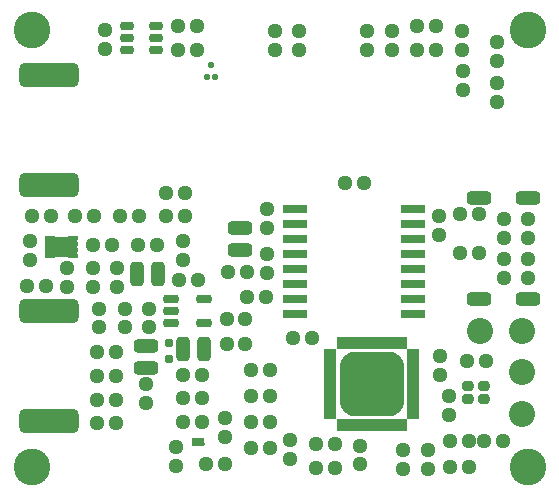
<source format=gbs>
G04*
G04 #@! TF.GenerationSoftware,Altium Limited,Altium Designer,21.6.4 (81)*
G04*
G04 Layer_Color=16711935*
%FSLAX44Y44*%
%MOMM*%
G71*
G04*
G04 #@! TF.SameCoordinates,D5C97574-E224-4ECB-8EF4-D48BC8F4BA3E*
G04*
G04*
G04 #@! TF.FilePolarity,Negative*
G04*
G01*
G75*
G04:AMPARAMS|DCode=43|XSize=1.102mm|YSize=1.102mm|CornerRadius=0.301mm|HoleSize=0mm|Usage=FLASHONLY|Rotation=90.000|XOffset=0mm|YOffset=0mm|HoleType=Round|Shape=RoundedRectangle|*
%AMROUNDEDRECTD43*
21,1,1.1020,0.5000,0,0,90.0*
21,1,0.5000,1.1020,0,0,90.0*
1,1,0.6020,0.2500,0.2500*
1,1,0.6020,0.2500,-0.2500*
1,1,0.6020,-0.2500,-0.2500*
1,1,0.6020,-0.2500,0.2500*
%
%ADD43ROUNDEDRECTD43*%
G04:AMPARAMS|DCode=44|XSize=0.702mm|YSize=0.702mm|CornerRadius=0.201mm|HoleSize=0mm|Usage=FLASHONLY|Rotation=270.000|XOffset=0mm|YOffset=0mm|HoleType=Round|Shape=RoundedRectangle|*
%AMROUNDEDRECTD44*
21,1,0.7020,0.3000,0,0,270.0*
21,1,0.3000,0.7020,0,0,270.0*
1,1,0.4020,-0.1500,-0.1500*
1,1,0.4020,-0.1500,0.1500*
1,1,0.4020,0.1500,0.1500*
1,1,0.4020,0.1500,-0.1500*
%
%ADD44ROUNDEDRECTD44*%
%ADD46C,0.3020*%
G04:AMPARAMS|DCode=48|XSize=1.102mm|YSize=1.102mm|CornerRadius=0.301mm|HoleSize=0mm|Usage=FLASHONLY|Rotation=0.000|XOffset=0mm|YOffset=0mm|HoleType=Round|Shape=RoundedRectangle|*
%AMROUNDEDRECTD48*
21,1,1.1020,0.5000,0,0,0.0*
21,1,0.5000,1.1020,0,0,0.0*
1,1,0.6020,0.2500,-0.2500*
1,1,0.6020,-0.2500,-0.2500*
1,1,0.6020,-0.2500,0.2500*
1,1,0.6020,0.2500,0.2500*
%
%ADD48ROUNDEDRECTD48*%
G04:AMPARAMS|DCode=56|XSize=2.102mm|YSize=1.102mm|CornerRadius=0.301mm|HoleSize=0mm|Usage=FLASHONLY|Rotation=90.000|XOffset=0mm|YOffset=0mm|HoleType=Round|Shape=RoundedRectangle|*
%AMROUNDEDRECTD56*
21,1,2.1020,0.5000,0,0,90.0*
21,1,1.5000,1.1020,0,0,90.0*
1,1,0.6020,0.2500,0.7500*
1,1,0.6020,0.2500,-0.7500*
1,1,0.6020,-0.2500,-0.7500*
1,1,0.6020,-0.2500,0.7500*
%
%ADD56ROUNDEDRECTD56*%
G04:AMPARAMS|DCode=60|XSize=2.104mm|YSize=1.104mm|CornerRadius=0.302mm|HoleSize=0mm|Usage=FLASHONLY|Rotation=180.000|XOffset=0mm|YOffset=0mm|HoleType=Round|Shape=RoundedRectangle|*
%AMROUNDEDRECTD60*
21,1,2.1040,0.5000,0,0,180.0*
21,1,1.5000,1.1040,0,0,180.0*
1,1,0.6040,-0.7500,0.2500*
1,1,0.6040,0.7500,0.2500*
1,1,0.6040,0.7500,-0.2500*
1,1,0.6040,-0.7500,-0.2500*
%
%ADD60ROUNDEDRECTD60*%
%ADD61C,2.2100*%
%ADD62C,3.1020*%
%ADD89R,2.8000X1.8000*%
%ADD90R,1.1000X0.7000*%
%ADD91R,6.0000X1.0000*%
%ADD92R,1.0000X6.0000*%
G04:AMPARAMS|DCode=93|XSize=0.842mm|YSize=0.382mm|CornerRadius=0.086mm|HoleSize=0mm|Usage=FLASHONLY|Rotation=180.000|XOffset=0mm|YOffset=0mm|HoleType=Round|Shape=RoundedRectangle|*
%AMROUNDEDRECTD93*
21,1,0.8420,0.2100,0,0,180.0*
21,1,0.6700,0.3820,0,0,180.0*
1,1,0.1720,-0.3350,0.1050*
1,1,0.1720,0.3350,0.1050*
1,1,0.1720,0.3350,-0.1050*
1,1,0.1720,-0.3350,-0.1050*
%
%ADD93ROUNDEDRECTD93*%
G04:AMPARAMS|DCode=94|XSize=1.002mm|YSize=1.702mm|CornerRadius=0.276mm|HoleSize=0mm|Usage=FLASHONLY|Rotation=180.000|XOffset=0mm|YOffset=0mm|HoleType=Round|Shape=RoundedRectangle|*
%AMROUNDEDRECTD94*
21,1,1.0020,1.1500,0,0,180.0*
21,1,0.4500,1.7020,0,0,180.0*
1,1,0.5520,-0.2250,0.5750*
1,1,0.5520,0.2250,0.5750*
1,1,0.5520,0.2250,-0.5750*
1,1,0.5520,-0.2250,-0.5750*
%
%ADD94ROUNDEDRECTD94*%
G04:AMPARAMS|DCode=95|XSize=0.302mm|YSize=0.302mm|CornerRadius=0.101mm|HoleSize=0mm|Usage=FLASHONLY|Rotation=90.000|XOffset=0mm|YOffset=0mm|HoleType=Round|Shape=RoundedRectangle|*
%AMROUNDEDRECTD95*
21,1,0.3020,0.1000,0,0,90.0*
21,1,0.1000,0.3020,0,0,90.0*
1,1,0.2020,0.0500,0.0500*
1,1,0.2020,0.0500,-0.0500*
1,1,0.2020,-0.0500,-0.0500*
1,1,0.2020,-0.0500,0.0500*
%
%ADD95ROUNDEDRECTD95*%
G04:AMPARAMS|DCode=96|XSize=5.502mm|YSize=5.502mm|CornerRadius=1.401mm|HoleSize=0mm|Usage=FLASHONLY|Rotation=180.000|XOffset=0mm|YOffset=0mm|HoleType=Round|Shape=RoundedRectangle|*
%AMROUNDEDRECTD96*
21,1,5.5020,2.7000,0,0,180.0*
21,1,2.7000,5.5020,0,0,180.0*
1,1,2.8020,-1.3500,1.3500*
1,1,2.8020,1.3500,1.3500*
1,1,2.8020,1.3500,-1.3500*
1,1,2.8020,-1.3500,-1.3500*
%
%ADD96ROUNDEDRECTD96*%
G04:AMPARAMS|DCode=97|XSize=0.902mm|YSize=0.402mm|CornerRadius=0.126mm|HoleSize=0mm|Usage=FLASHONLY|Rotation=270.000|XOffset=0mm|YOffset=0mm|HoleType=Round|Shape=RoundedRectangle|*
%AMROUNDEDRECTD97*
21,1,0.9020,0.1500,0,0,270.0*
21,1,0.6500,0.4020,0,0,270.0*
1,1,0.2520,-0.0750,-0.3250*
1,1,0.2520,-0.0750,0.3250*
1,1,0.2520,0.0750,0.3250*
1,1,0.2520,0.0750,-0.3250*
%
%ADD97ROUNDEDRECTD97*%
G04:AMPARAMS|DCode=98|XSize=0.902mm|YSize=0.402mm|CornerRadius=0.126mm|HoleSize=0mm|Usage=FLASHONLY|Rotation=0.000|XOffset=0mm|YOffset=0mm|HoleType=Round|Shape=RoundedRectangle|*
%AMROUNDEDRECTD98*
21,1,0.9020,0.1500,0,0,0.0*
21,1,0.6500,0.4020,0,0,0.0*
1,1,0.2520,0.3250,-0.0750*
1,1,0.2520,-0.3250,-0.0750*
1,1,0.2520,-0.3250,0.0750*
1,1,0.2520,0.3250,0.0750*
%
%ADD98ROUNDEDRECTD98*%
G04:AMPARAMS|DCode=99|XSize=2.102mm|YSize=0.702mm|CornerRadius=0.201mm|HoleSize=0mm|Usage=FLASHONLY|Rotation=180.000|XOffset=0mm|YOffset=0mm|HoleType=Round|Shape=RoundedRectangle|*
%AMROUNDEDRECTD99*
21,1,2.1020,0.3000,0,0,180.0*
21,1,1.7000,0.7020,0,0,180.0*
1,1,0.4020,-0.8500,0.1500*
1,1,0.4020,0.8500,0.1500*
1,1,0.4020,0.8500,-0.1500*
1,1,0.4020,-0.8500,-0.1500*
%
%ADD99ROUNDEDRECTD99*%
G04:AMPARAMS|DCode=100|XSize=0.502mm|YSize=0.502mm|CornerRadius=0.151mm|HoleSize=0mm|Usage=FLASHONLY|Rotation=180.000|XOffset=0mm|YOffset=0mm|HoleType=Round|Shape=RoundedRectangle|*
%AMROUNDEDRECTD100*
21,1,0.5020,0.2000,0,0,180.0*
21,1,0.2000,0.5020,0,0,180.0*
1,1,0.3020,-0.1000,0.1000*
1,1,0.3020,0.1000,0.1000*
1,1,0.3020,0.1000,-0.1000*
1,1,0.3020,-0.1000,-0.1000*
%
%ADD100ROUNDEDRECTD100*%
G04:AMPARAMS|DCode=101|XSize=2.102mm|YSize=1.102mm|CornerRadius=0.301mm|HoleSize=0mm|Usage=FLASHONLY|Rotation=180.000|XOffset=0mm|YOffset=0mm|HoleType=Round|Shape=RoundedRectangle|*
%AMROUNDEDRECTD101*
21,1,2.1020,0.5000,0,0,180.0*
21,1,1.5000,1.1020,0,0,180.0*
1,1,0.6020,-0.7500,0.2500*
1,1,0.6020,0.7500,0.2500*
1,1,0.6020,0.7500,-0.2500*
1,1,0.6020,-0.7500,-0.2500*
%
%ADD101ROUNDEDRECTD101*%
G04:AMPARAMS|DCode=102|XSize=5.102mm|YSize=2.102mm|CornerRadius=0.551mm|HoleSize=0mm|Usage=FLASHONLY|Rotation=0.000|XOffset=0mm|YOffset=0mm|HoleType=Round|Shape=RoundedRectangle|*
%AMROUNDEDRECTD102*
21,1,5.1020,1.0000,0,0,0.0*
21,1,4.0000,2.1020,0,0,0.0*
1,1,1.1020,2.0000,-0.5000*
1,1,1.1020,-2.0000,-0.5000*
1,1,1.1020,-2.0000,0.5000*
1,1,1.1020,2.0000,0.5000*
%
%ADD102ROUNDEDRECTD102*%
G04:AMPARAMS|DCode=103|XSize=0.952mm|YSize=0.852mm|CornerRadius=0.2385mm|HoleSize=0mm|Usage=FLASHONLY|Rotation=0.000|XOffset=0mm|YOffset=0mm|HoleType=Round|Shape=RoundedRectangle|*
%AMROUNDEDRECTD103*
21,1,0.9520,0.3750,0,0,0.0*
21,1,0.4750,0.8520,0,0,0.0*
1,1,0.4770,0.2375,-0.1875*
1,1,0.4770,-0.2375,-0.1875*
1,1,0.4770,-0.2375,0.1875*
1,1,0.4770,0.2375,0.1875*
%
%ADD103ROUNDEDRECTD103*%
G04:AMPARAMS|DCode=104|XSize=1.302mm|YSize=0.702mm|CornerRadius=0.201mm|HoleSize=0mm|Usage=FLASHONLY|Rotation=0.000|XOffset=0mm|YOffset=0mm|HoleType=Round|Shape=RoundedRectangle|*
%AMROUNDEDRECTD104*
21,1,1.3020,0.3000,0,0,0.0*
21,1,0.9000,0.7020,0,0,0.0*
1,1,0.4020,0.4500,-0.1500*
1,1,0.4020,-0.4500,-0.1500*
1,1,0.4020,-0.4500,0.1500*
1,1,0.4020,0.4500,0.1500*
%
%ADD104ROUNDEDRECTD104*%
G04:AMPARAMS|DCode=105|XSize=1.102mm|YSize=0.702mm|CornerRadius=0.201mm|HoleSize=0mm|Usage=FLASHONLY|Rotation=0.000|XOffset=0mm|YOffset=0mm|HoleType=Round|Shape=RoundedRectangle|*
%AMROUNDEDRECTD105*
21,1,1.1020,0.3000,0,0,0.0*
21,1,0.7000,0.7020,0,0,0.0*
1,1,0.4020,0.3500,-0.1500*
1,1,0.4020,-0.3500,-0.1500*
1,1,0.4020,-0.3500,0.1500*
1,1,0.4020,0.3500,0.1500*
%
%ADD105ROUNDEDRECTD105*%
D43*
X394000Y196000D02*
D03*
X378000Y196000D02*
D03*
X216687Y96747D02*
D03*
X200687D02*
D03*
X216687Y74747D02*
D03*
X200687D02*
D03*
X369000Y15000D02*
D03*
X385000D02*
D03*
Y37000D02*
D03*
X369000D02*
D03*
X398000D02*
D03*
X414000D02*
D03*
X216687Y52747D02*
D03*
X200687D02*
D03*
X216687Y30747D02*
D03*
X200687D02*
D03*
X27000Y168000D02*
D03*
X11000D02*
D03*
X280000Y255000D02*
D03*
X296000D02*
D03*
X197000Y180000D02*
D03*
X181000Y180000D02*
D03*
X378000Y229000D02*
D03*
X394000Y229000D02*
D03*
X272000Y14000D02*
D03*
X256000D02*
D03*
X252000Y124000D02*
D03*
X236000D02*
D03*
X272000Y34000D02*
D03*
X256000D02*
D03*
X31000Y227000D02*
D03*
X15000D02*
D03*
X383352Y104774D02*
D03*
X399352D02*
D03*
X357000Y368000D02*
D03*
X341000D02*
D03*
Y388000D02*
D03*
X357000D02*
D03*
X121000Y203000D02*
D03*
X105000D02*
D03*
X145000Y227000D02*
D03*
X129000D02*
D03*
X145000Y247000D02*
D03*
X129000D02*
D03*
X140000Y173000D02*
D03*
X156000D02*
D03*
X67000Y203000D02*
D03*
X83000D02*
D03*
X90000Y227000D02*
D03*
X106000D02*
D03*
X68000D02*
D03*
X52000D02*
D03*
X179000Y17000D02*
D03*
X163000D02*
D03*
X159000Y73000D02*
D03*
X143000D02*
D03*
X159000Y53000D02*
D03*
X143000D02*
D03*
X155000Y368000D02*
D03*
X139000Y368000D02*
D03*
Y388000D02*
D03*
X155000Y388000D02*
D03*
X86000Y52000D02*
D03*
X70000D02*
D03*
X86000Y72000D02*
D03*
X70000Y72000D02*
D03*
X86000Y92000D02*
D03*
X70000Y92000D02*
D03*
X86000Y112000D02*
D03*
X70000D02*
D03*
X159000Y93000D02*
D03*
X143000D02*
D03*
X180000Y119000D02*
D03*
X196000Y119000D02*
D03*
X180000Y140000D02*
D03*
X196000Y140000D02*
D03*
X197000Y159000D02*
D03*
X213000Y159000D02*
D03*
D44*
X131687Y120247D02*
D03*
Y106247D02*
D03*
D46*
X156000Y34000D02*
D03*
X160000Y38000D02*
D03*
X156000D02*
D03*
X152000Y34000D02*
D03*
Y38000D02*
D03*
D48*
X409000Y340000D02*
D03*
X409000Y324000D02*
D03*
X361000Y93000D02*
D03*
Y109000D02*
D03*
X329000Y29000D02*
D03*
Y13000D02*
D03*
X351000Y29000D02*
D03*
Y13000D02*
D03*
X234000Y38000D02*
D03*
Y22000D02*
D03*
X380000Y334000D02*
D03*
Y350000D02*
D03*
X45000Y183000D02*
D03*
Y167000D02*
D03*
X114000Y149000D02*
D03*
Y133000D02*
D03*
X94000D02*
D03*
Y149000D02*
D03*
X415000Y191000D02*
D03*
X415000Y175000D02*
D03*
X415000Y209000D02*
D03*
X415000Y225000D02*
D03*
X435000Y191000D02*
D03*
X435000Y175000D02*
D03*
X143000Y190000D02*
D03*
Y206000D02*
D03*
X112000Y85000D02*
D03*
X112000Y69000D02*
D03*
X293000Y33000D02*
D03*
Y17000D02*
D03*
X368000Y59000D02*
D03*
Y75000D02*
D03*
X379000Y384000D02*
D03*
Y368000D02*
D03*
X320000Y384000D02*
D03*
Y368000D02*
D03*
X299000Y384000D02*
D03*
Y368000D02*
D03*
X409000Y359000D02*
D03*
Y375000D02*
D03*
X221000Y384000D02*
D03*
Y368000D02*
D03*
X241000Y384000D02*
D03*
Y368000D02*
D03*
X67000Y183000D02*
D03*
Y167000D02*
D03*
X87000Y183000D02*
D03*
Y167000D02*
D03*
X14000Y206000D02*
D03*
Y190000D02*
D03*
X179000Y40000D02*
D03*
X179000Y56000D02*
D03*
X137000Y16000D02*
D03*
Y32000D02*
D03*
X77000Y385000D02*
D03*
X77000Y369000D02*
D03*
X72000Y133000D02*
D03*
Y149000D02*
D03*
X435000Y225000D02*
D03*
Y209000D02*
D03*
X214000Y217000D02*
D03*
Y233000D02*
D03*
Y195000D02*
D03*
Y179000D02*
D03*
X360000Y211000D02*
D03*
Y227000D02*
D03*
D56*
X122000Y178000D02*
D03*
X104000D02*
D03*
X143000Y115000D02*
D03*
X161000D02*
D03*
D60*
X394000Y157000D02*
D03*
Y243000D02*
D03*
X435000Y157000D02*
D03*
Y243000D02*
D03*
D61*
X430000Y95000D02*
D03*
Y60000D02*
D03*
X395000Y130000D02*
D03*
X430000D02*
D03*
D62*
X15000Y15000D02*
D03*
Y385000D02*
D03*
X435000Y15000D02*
D03*
Y385000D02*
D03*
D89*
X40000Y201000D02*
D03*
D90*
X156000Y36002D02*
D03*
D91*
X303000Y120000D02*
D03*
Y50001D02*
D03*
D92*
X268001Y85000D02*
D03*
X337999D02*
D03*
D93*
X49850Y208500D02*
D03*
Y203500D02*
D03*
Y198500D02*
D03*
Y193500D02*
D03*
X30150D02*
D03*
Y198500D02*
D03*
Y203500D02*
D03*
Y208500D02*
D03*
D94*
X40000Y201000D02*
D03*
D95*
X160000Y34000D02*
D03*
D96*
X303000Y85000D02*
D03*
D97*
X330500Y120000D02*
D03*
X325500D02*
D03*
X320500D02*
D03*
X315500D02*
D03*
X310500D02*
D03*
X305500D02*
D03*
X300500D02*
D03*
X295500D02*
D03*
X290500D02*
D03*
X285500D02*
D03*
X280500D02*
D03*
X275500D02*
D03*
Y50000D02*
D03*
X280500D02*
D03*
X285500D02*
D03*
X290500D02*
D03*
X295500D02*
D03*
X300500D02*
D03*
X305500D02*
D03*
X310500D02*
D03*
X315500D02*
D03*
X320500D02*
D03*
X325500D02*
D03*
X330500D02*
D03*
D98*
X268000Y112500D02*
D03*
Y107500D02*
D03*
Y102500D02*
D03*
Y97500D02*
D03*
Y92500D02*
D03*
Y87500D02*
D03*
Y82500D02*
D03*
Y77500D02*
D03*
Y72500D02*
D03*
Y67500D02*
D03*
Y62500D02*
D03*
Y57500D02*
D03*
X338000D02*
D03*
Y62500D02*
D03*
Y67500D02*
D03*
Y72500D02*
D03*
Y77500D02*
D03*
Y82500D02*
D03*
Y87500D02*
D03*
Y92500D02*
D03*
Y97500D02*
D03*
Y102500D02*
D03*
Y107500D02*
D03*
Y112500D02*
D03*
D99*
Y233400D02*
D03*
Y220700D02*
D03*
Y208000D02*
D03*
Y195300D02*
D03*
Y182600D02*
D03*
Y169900D02*
D03*
Y157200D02*
D03*
Y144500D02*
D03*
X238000D02*
D03*
Y157200D02*
D03*
Y169900D02*
D03*
Y182600D02*
D03*
Y195300D02*
D03*
Y208000D02*
D03*
Y220700D02*
D03*
Y233400D02*
D03*
D100*
X167000Y355000D02*
D03*
X163500Y345250D02*
D03*
X170500D02*
D03*
D101*
X112000Y99000D02*
D03*
Y117000D02*
D03*
X191000Y199000D02*
D03*
Y217000D02*
D03*
D102*
X30000Y147000D02*
D03*
Y54000D02*
D03*
Y347000D02*
D03*
Y254000D02*
D03*
D103*
X384250Y83250D02*
D03*
X397750D02*
D03*
Y72750D02*
D03*
X384250D02*
D03*
D104*
X161000Y137000D02*
D03*
Y157000D02*
D03*
X133000D02*
D03*
Y147000D02*
D03*
Y137000D02*
D03*
D105*
X95500Y368000D02*
D03*
Y378000D02*
D03*
Y388000D02*
D03*
X120500D02*
D03*
Y378000D02*
D03*
Y368000D02*
D03*
M02*

</source>
